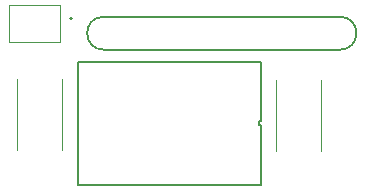
<source format=gbr>
G04 DesignSpark PCB Gerber Version 9.0 Build 5138 *
%FSLAX35Y35*%
%MOIN*%
%ADD24C,0.00394*%
%ADD23C,0.00500*%
%ADD10C,0.00787*%
X0Y0D02*
D02*
D10*
X24311Y59124D02*
X25098*
G75*
G03X24311I-394D01*
G01*
X25098D02*
G75*
G02X24311I-394D01*
G01*
D02*
D23*
X35591Y48624D02*
X114331D01*
G75*
G03Y59624J5500*
G01*
X35591*
G75*
G03Y48624J-5500*
G01*
X87961Y3624D02*
X26961D01*
Y44624*
X87961*
Y24748*
X87336*
Y23498*
X87961*
Y3624*
D02*
D24*
X4134Y63651D02*
X20866D01*
Y51053*
X4134*
Y63651*
X6713Y15167D02*
Y38789D01*
X21673Y15167D02*
Y38789D01*
X92933Y14773D02*
Y38395D01*
X107894Y14773D02*
Y38395D01*
X0Y0D02*
M02*

</source>
